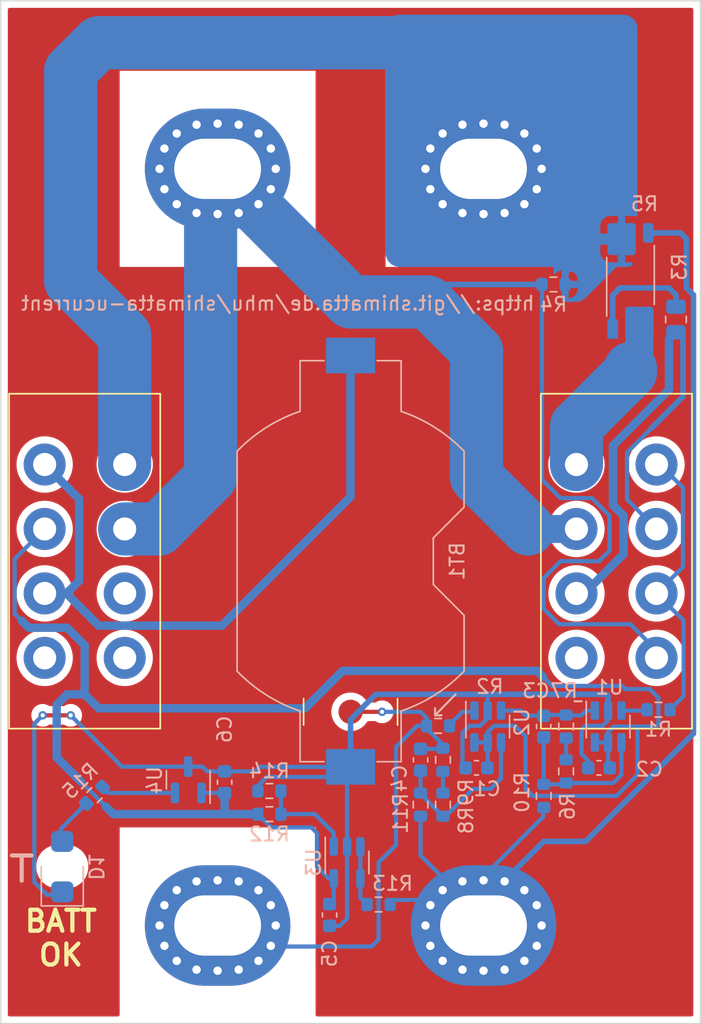
<source format=kicad_pcb>
(kicad_pcb (version 20211014) (generator pcbnew)

  (general
    (thickness 1.6)
  )

  (paper "A4")
  (title_block
    (title "Shimatta µCurrent")
    (rev "v1.0.0")
    (company "Shimatta")
  )

  (layers
    (0 "F.Cu" signal)
    (31 "B.Cu" signal)
    (32 "B.Adhes" user "B.Adhesive")
    (33 "F.Adhes" user "F.Adhesive")
    (34 "B.Paste" user)
    (35 "F.Paste" user)
    (36 "B.SilkS" user "B.Silkscreen")
    (37 "F.SilkS" user "F.Silkscreen")
    (38 "B.Mask" user)
    (39 "F.Mask" user)
    (40 "Dwgs.User" user "User.Drawings")
    (41 "Cmts.User" user "User.Comments")
    (42 "Eco1.User" user "User.Eco1")
    (43 "Eco2.User" user "User.Eco2")
    (44 "Edge.Cuts" user)
    (45 "Margin" user)
    (46 "B.CrtYd" user "B.Courtyard")
    (47 "F.CrtYd" user "F.Courtyard")
    (48 "B.Fab" user)
    (49 "F.Fab" user)
    (50 "User.1" user)
    (51 "User.2" user)
    (52 "User.3" user)
    (53 "User.4" user)
    (54 "User.5" user)
    (55 "User.6" user)
    (56 "User.7" user)
    (57 "User.8" user)
    (58 "User.9" user)
  )

  (setup
    (stackup
      (layer "F.SilkS" (type "Top Silk Screen"))
      (layer "F.Paste" (type "Top Solder Paste"))
      (layer "F.Mask" (type "Top Solder Mask") (thickness 0.01))
      (layer "F.Cu" (type "copper") (thickness 0.035))
      (layer "dielectric 1" (type "core") (thickness 1.51) (material "FR4") (epsilon_r 4.5) (loss_tangent 0.02))
      (layer "B.Cu" (type "copper") (thickness 0.035))
      (layer "B.Mask" (type "Bottom Solder Mask") (thickness 0.01))
      (layer "B.Paste" (type "Bottom Solder Paste"))
      (layer "B.SilkS" (type "Bottom Silk Screen"))
      (copper_finish "None")
      (dielectric_constraints no)
    )
    (pad_to_mask_clearance 0)
    (pcbplotparams
      (layerselection 0x00010fc_ffffffff)
      (disableapertmacros false)
      (usegerberextensions true)
      (usegerberattributes true)
      (usegerberadvancedattributes true)
      (creategerberjobfile false)
      (svguseinch false)
      (svgprecision 6)
      (excludeedgelayer true)
      (plotframeref false)
      (viasonmask false)
      (mode 1)
      (useauxorigin false)
      (hpglpennumber 1)
      (hpglpenspeed 20)
      (hpglpendiameter 15.000000)
      (dxfpolygonmode true)
      (dxfimperialunits true)
      (dxfusepcbnewfont true)
      (psnegative false)
      (psa4output false)
      (plotreference true)
      (plotvalue true)
      (plotinvisibletext false)
      (sketchpadsonfab false)
      (subtractmaskfromsilk false)
      (outputformat 1)
      (mirror false)
      (drillshape 0)
      (scaleselection 1)
      (outputdirectory "gerber/")
    )
  )

  (net 0 "")
  (net 1 "Net-(BT1-Pad1)")
  (net 2 "VSS")
  (net 3 "VDD")
  (net 4 "Net-(C3-Pad1)")
  (net 5 "GND")
  (net 6 "Net-(C3-Pad2)")
  (net 7 "Net-(C4-Pad1)")
  (net 8 "Net-(C4-Pad2)")
  (net 9 "Net-(D1-Pad2)")
  (net 10 "/MEAS+")
  (net 11 "/MEAS-")
  (net 12 "Net-(R1-Pad1)")
  (net 13 "Net-(R1-Pad2)")
  (net 14 "Net-(R2-Pad1)")
  (net 15 "Net-(R3-Pad1)")
  (net 16 "Net-(R3-Pad2)")
  (net 17 "Net-(R5-Pad1)")
  (net 18 "Net-(R6-Pad2)")
  (net 19 "Net-(R8-Pad2)")
  (net 20 "Net-(R12-Pad2)")
  (net 21 "Net-(R13-Pad1)")
  (net 22 "Net-(R15-Pad1)")
  (net 23 "unconnected-(SW1-Pad4A)")
  (net 24 "unconnected-(SW2-Pad3B)")
  (net 25 "unconnected-(SW2-Pad4A)")
  (net 26 "unconnected-(SW2-Pad4B)")

  (footprint "MountingHole:MountingHole_4.3x6.2mm_M4_Pad_Via" (layer "F.Cu") (at 30.5 80))

  (footprint "Connector_Coaxial:SMA_Amphenol_132134-10_Vertical" (layer "F.Cu") (at 40 64.75 180))

  (footprint "shimatta_artwork:shimatta_kanji_20mm_solder_mask" (layer "F.Cu") (at 40 37.7))

  (footprint "MountingHole:MountingHole_4.3x6.2mm_M4_Pad_Via" (layer "F.Cu") (at 49.5 26))

  (footprint "MountingHole:MountingHole_4.3x6.2mm_M4_Pad_Via" (layer "F.Cu") (at 30.5 26))

  (footprint "MountingHole:MountingHole_4.3x6.2mm_M4_Pad_Via" (layer "F.Cu") (at 49.5 80))

  (footprint "shimatta_switch:C&K-L203011MS02Q" (layer "F.Cu") (at 59 54))

  (footprint "shimatta_switch:C&K-L203011MS02Q" (layer "F.Cu") (at 21 54))

  (footprint "Capacitor_SMD:C_0603_1608Metric" (layer "B.Cu") (at 45 68.175 90))

  (footprint "Resistor_SMD:R_0603_1608Metric" (layer "B.Cu") (at 46.25 65.75 180))

  (footprint "Resistor_SMD:R_0603_1608Metric" (layer "B.Cu") (at 46.6 68.175 90))

  (footprint "Resistor_SMD:R_0603_1608Metric" (layer "B.Cu") (at 62 64.6 180))

  (footprint "Capacitor_SMD:C_0603_1608Metric" (layer "B.Cu") (at 57.75 68.75))

  (footprint "Resistor_SMD:R_0603_1608Metric" (layer "B.Cu") (at 21.7 70.7 -135))

  (footprint "Package_TO_SOT_SMD:SOT-23-6" (layer "B.Cu") (at 49.8 65.8 -90))

  (footprint "Resistor_SMD:R_0603_1608Metric" (layer "B.Cu") (at 54.5 34.25))

  (footprint "Resistor_SMD:R_0603_1608Metric" (layer "B.Cu") (at 34.2 72.05))

  (footprint "Package_TO_SOT_SMD:SOT-23" (layer "B.Cu") (at 28.4 69.6 90))

  (footprint "Battery:BatteryHolder_Keystone_1058_1x2032" (layer "B.Cu") (at 40 54 -90))

  (footprint "Package_TO_SOT_SMD:SOT-23-5" (layer "B.Cu") (at 39.75 75.5 -90))

  (footprint "Capacitor_SMD:C_0603_1608Metric" (layer "B.Cu") (at 38.5 79.25 90))

  (footprint "Resistor_SMD:R_0603_1608Metric" (layer "B.Cu") (at 42 78.5))

  (footprint "Resistor_SMD:R_0603_1608Metric" (layer "B.Cu") (at 46.6 71.375 90))

  (footprint "shimatta_led:APTR3216SURCK" (layer "B.Cu") (at 19.4 75.8 90))

  (footprint "Capacitor_SMD:C_0603_1608Metric" (layer "B.Cu") (at 49 68.75))

  (footprint "Package_TO_SOT_SMD:SOT-23-6" (layer "B.Cu") (at 58.4 65.8 -90))

  (footprint "Resistor_SMD:R_0603_1608Metric" (layer "B.Cu") (at 55.4 69 90))

  (footprint "Resistor_SMD:R_0805_2012Metric" (layer "B.Cu") (at 63.25 36.75 -90))

  (footprint "Capacitor_SMD:C_0603_1608Metric" (layer "B.Cu") (at 53.8 65.8 90))

  (footprint "Resistor_SMD:R_0603_1608Metric" (layer "B.Cu") (at 53.8 70.75 -90))

  (footprint "Resistor_SMD:R_Shunt_Vishay_WSK2512_6332Metric_T1.19mm" (layer "B.Cu") (at 60 34 90))

  (footprint "Capacitor_SMD:C_0603_1608Metric" (layer "B.Cu") (at 31 69.775 90))

  (footprint "Resistor_SMD:R_0603_1608Metric" (layer "B.Cu") (at 45 71.375 -90))

  (footprint "Resistor_SMD:R_0603_1608Metric" (layer "B.Cu") (at 55.4 65.8 90))

  (footprint "Resistor_SMD:R_0603_1608Metric" (layer "B.Cu") (at 34.2 70.4 180))

  (gr_line (start 46.037258 65) (end 46.5 65) (layer "B.SilkS") (width 0.15) (tstamp 105ed225-d2ba-4509-9309-99d7ecc700a8))
  (gr_line (start 16.5 75) (end 16.5 76.8) (layer "B.SilkS") (width 0.3) (tstamp 18f7d29c-1b1c-4f73-999c-addc0bd2444e))
  (gr_line (start 15.8 75) (end 17.2 75) (layer "B.SilkS") (width 0.3) (tstamp 43b35617-a272-4ead-b714-94cb5579f0e5))
  (gr_line (start 46.5 65) (end 46.268629 65) (layer "B.SilkS") (width 0.15) (tstamp 62bf9690-61e9-4fef-b65d-993d5f80185d))
  (gr_line (start 56 64) (end 56.5 64) (layer "B.SilkS") (width 0.15) (tstamp c9205131-199a-4e79-9702-7bd3861c6551))
  (gr_line (start 46.037258 65) (end 46.037258 64.5) (layer "B.SilkS") (width 0.15) (tstamp d2387ece-4bb9-48ea-a26f-309ffeb91cbe))
  (gr_line (start 47.5 63.5) (end 46.037258 65) (layer "B.SilkS") (width 0.15) (tstamp fbe9419b-ca9d-4f0b-a876-589ed2ec705b))
  (gr_line (start 15 87) (end 15 14) (layer "Edge.Cuts") (width 0.1) (tstamp 020a039c-4d1c-4b3a-8f11-44d465fdd578))
  (gr_line (start 65 87) (end 15 87) (layer "Edge.Cuts") (width 0.1) (tstamp 1c5d2c83-b7a7-4d86-881b-4cacaacaa21e))
  (gr_line (start 65 14) (end 65 87) (layer "Edge.Cuts") (width 0.1) (tstamp 4a032da2-2dc4-43d0-a71a-9ec95f3ce7b0))
  (gr_line (start 15 14) (end 65 14) (layer "Edge.Cuts") (width 0.1) (tstamp a53a05ef-7a7f-442b-9b98-cbea554b3aab))
  (gr_text "https://git.shimatta.de/mhu/shimatta-ucurrent" (at 34.8 35.6) (layer "B.SilkS") (tstamp e66bf368-9a60-420b-9b1f-ed030e4a43bc)
    (effects (font (size 1 1) (thickness 0.15)) (justify mirror))
  )
  (gr_text "BATT\nOK" (at 19.3 80.9) (layer "F.SilkS") (tstamp a8f5b71e-aef7-4a69-a747-a6b1fb10fc72)
    (effects (font (size 1.5 1.5) (thickness 0.3)))
  )
  (gr_text "+ Voltage Output -" (at 40 70.5) (layer "F.Mask") (tstamp 16b75e60-5672-408c-b647-c22d1033df36)
    (effects (font (size 2.5 2.5) (thickness 0.5)))
  )
  (gr_text "ON" (at 27.5 54) (layer "F.Mask") (tstamp 178610de-ae18-4315-a138-a57325f66a54)
    (effects (font (size 1.5 1.5) (thickness 0.3)) (justify left))
  )
  (gr_text "1mV/mA 10m" (at 37 49.5) (layer "F.Mask") (tstamp 289668e5-2546-4463-a814-61e7af387dd7)
    (effects (font (size 1.4 1.5) (thickness 0.3)) (justify left))
  )
  (gr_text "1mV/µA 10R" (at 37 54) (layer "F.Mask") (tstamp 40b59eee-ddd0-45d4-8cf3-eb8a83b8569d)
    (effects (font (size 1.4 1.5) (thickness 0.3)) (justify left))
  )
  (gr_text "SHORT" (at 27.5 49.5) (layer "F.Mask") (tstamp 450fbc37-861b-4a8e-b445-57a5491fbaa4)
    (effects (font (size 1.5 1.5) (thickness 0.3)) (justify left))
  )
  (gr_text "+ Current Input -" (at 40 16.5) (layer "F.Mask") (tstamp 7504c2e2-958a-4bb0-9b8c-117705a29b74)
    (effects (font (size 2.5 2.5) (thickness 0.5)))
  )
  (gr_text "1mV/nA 10k" (at 37 58.5) (layer "F.Mask") (tstamp 95deba89-a38e-4c0a-9503-52c246521295)
    (effects (font (size 1.4 1.5) (thickness 0.3)) (justify left))
  )
  (gr_text "µCurrent v1.0.x" (at 40 44.1) (layer "F.Mask") (tstamp ac30eb1e-d0c1-4551-ab46-4451b68ae492)
    (effects (font (size 1 1) (thickness 0.15) italic))
  )
  (gr_text "OFF" (at 27.5 58.5) (layer "F.Mask") (tstamp d5442e10-f3c0-46e2-ad62-013bcbbbe95a)
    (effects (font (size 1.5 1.5) (thickness 0.3)) (justify left))
  )

  (segment (start 40 49.4) (end 30.8 58.6) (width 0.6) (layer "B.Cu") (net 1) (tstamp 618ffc81-4834-422e-817b-3ed2b5dbe694))
  (segment (start 40 39.32) (end 40 49.4) (width 0.6) (layer "B.Cu") (net 1) (tstamp 64a270e7-5355-4e41-8d77-2a19f46c48f1))
  (segment (start 20.6 49.56) (end 18.14 47.1) (width 0.6) (layer "B.Cu") (net 1) (tstamp 88375c93-5d16-45ca-8404-a1532c784348))
  (segment (start 20.6 55.4) (end 20.6 49.56) (width 0.6) (layer "B.Cu") (net 1) (tstamp 8a0ec3ae-7df6-4dae-bd41-ab5658a9c5da))
  (segment (start 22 58.6) (end 19.7 56.3) (width 0.6) (layer "B.Cu") (net 1) (tstamp 8bbbc726-725d-491f-b262-1d3fbf8d7d24))
  (segment (start 19.7 56.3) (end 20.6 55.4) (width 0.6) (layer "B.Cu") (net 1) (tstamp 8ec6ee64-aa41-49f3-83f3-7d4f60b06648))
  (segment (start 30.8 58.6) (end 22 58.6) (width 0.6) (layer "B.Cu") (net 1) (tstamp a28665ae-2961-4f59-ab3f-5c3f6e6d4748))
  (segment (start 18.14 56.3) (end 19.7 56.3) (width 0.6) (layer "B.Cu") (net 1) (tstamp b63c3b41-d28e-4542-94f9-7154cf55d0cd))
  (segment (start 18 65) (end 20 65) (width 0.3) (layer "F.Cu") (net 2) (tstamp 476bed2a-5775-44b5-a382-7ba34b846548))
  (via (at 18 65) (size 0.6) (drill 0.3) (layers "F.Cu" "B.Cu") (net 2) (tstamp c139060d-d7eb-4919-b488-e485cf5f2747))
  (via (at 20 65) (size 0.6) (drill 0.3) (layers "F.Cu" "B.Cu") (net 2) (tstamp c3e8859e-8488-4180-a80a-bb99d408f6f2))
  (segment (start 48.225 68.75) (end 48 68.525) (width 0.3) (layer "B.Cu") (net 2) (tstamp 05af7c7f-6a7b-4d54-a9a2-aec1daa961c3))
  (segment (start 39.225 80.025) (end 39.75 79.5) (width 0.3) (layer "B.Cu") (net 2) (tstamp 12cca0aa-c230-411c-9ea7-3d035eb9ba11))
  (segment (start 49.25 65.75) (end 49.8 65.2) (width 0.3) (layer "B.Cu") (net 2) (tstamp 1c310b49-7425-4c27-9aa7-529e9f3953c6))
  (segment (start 58 65.75) (end 58.4 65.35) (width 0.3) (layer "B.Cu") (net 2) (tstamp 2002b91e-362b-4f3b-b47e-a6eaa5d6a67b))
  (segment (start 56.5 67.75) (end 56.5 66) (width 0.3) (layer "B.Cu") (net 2) (tstamp 350cecb0-6cfa-4ed5-a431-9e6d41bf5293))
  (segment (start 56.975 68.225) (end 56.5 67.75) (width 0.3) (layer "B.Cu") (net 2) (tstamp 3ddc82e7-9086-4063-a52a-ccaf1db3c3d4))
  (segment (start 49.8 65.2) (end 49.8 64.6625) (width 0.3) (layer "B.Cu") (net 2) (tstamp 4e9a895b-bbd8-44c6-a82f-cf84fd43c397))
  (segment (start 18 65) (end 17.4 65.6) (width 0.3) (layer "B.Cu") (net 2) (tstamp 5543859a-f028-4ae5-b8e4-acb5660d4932))
  (segment (start 17.4 65.6) (end 17.4 76.9) (width 0.3) (layer "B.Cu") (net 2) (tstamp 62f51945-88a9-415c-9c66-4bccf26a9311))
  (segment (start 33.375 70.025) (end 34 69.4) (width 0.3) (layer "B.Cu") (net 2) (tstamp 6597e687-fef1-4c59-9ed4-07bc263d943a))
  (segment (start 41.8 63.5) (end 40 65.3) (width 0.4) (layer "B.Cu") (net 2) (tstamp 6a642011-0db7-441b-a8f4-2a446432644e))
  (segment (start 29.4125 68.6625) (end 29.75 69) (width 0.3) (layer "B.Cu") (net 2) (tstamp 6e17ada8-b767-4f70-82c5-2718051b9191))
  (segment (start 58.3 63.5) (end 58.4 63.6) (width 0.4) (layer "B.Cu") (net 2) (tstamp 7f216030-063d-4b72-949b-67a5a67bb285))
  (segment (start 48 68.525) (end 48 66.25) (width 0.3) (layer "B.Cu") (net 2) (tstamp 81029990-970c-4d54-a052-16e3f6c75322))
  (segment (start 48.5 65.75) (end 49.25 65.75) (width 0.3) (layer "B.Cu") (net 2) (tstamp 82b27132-ebac-4a14-a73b-517eee015308))
  (segment (start 58.4 63.6) (end 58.4 64.6625) (width 0.4) (layer "B.Cu") (net 2) (tstamp 83506741-3ba7-4606-8dab-2f0b29045e1a))
  (segment (start 39.75 68.93) (end 40 68.68) (width 0.3) (layer "B.Cu") (net 2) (tstamp 83e791a9-1d8b-4bad-8083-55befe2bdc44))
  (segment (start 23.6625 68.6625) (end 28.4 68.6625) (width 0.3) (layer "B.Cu") (net 2) (tstamp 96e0f30e-fc4c-499e-b753-c2b13dc14a9e))
  (segment (start 33.52 68.68) (end 40 68.68) (width 0.3) (layer "B.Cu") (net 2) (tstamp 9a741906-5d65-40f7-8651-82ff45e43837))
  (segment (start 56.975 68.75) (end 56.975 68.225) (width 0.3) (layer "B.Cu") (net 2) (tstamp 9c631bea-6937-489b-899f-0b40faca8593))
  (segment (start 56.75 65.75) (end 58 65.75) (width 0.3) (layer "B.Cu") (net 2) (tstamp ad66bb5c-3625-4e00-b056-d9105ce9b869))
  (segment (start 39.28 69.4) (end 40 68.68) (width 0.3) (layer "B.Cu") (net 2) (tstamp ad7c48ff-7a06-4117-b0d1-66562ecd0b64))
  (segment (start 39.75 79.5) (end 39.75 74.3625) (width 0.3) (layer "B.Cu") (net 2) (tstamp afea03a4-5d2d-4cb9-a9f7-57772f8d7894))
  (segment (start 20 65) (end 23.6625 68.6625) (width 0.3) (layer "B.Cu") (net 2) (tstamp b00c83a3-79aa-4247-8505-94821f01b2df))
  (segment (start 49.75 63.5) (end 58.3 63.5) (width 0.4) (layer "B.Cu") (net 2) (tstamp b3ca9f86-6580-44e3-8a8c-8623a246af1f))
  (segment (start 40 65.3) (end 40 68.68) (width 0.4) (layer "B.Cu") (net 2) (tstamp b7c985b4-4902-4471-93c2-1493a90528a1))
  (segment (start 18.3 77.8) (end 19.3 77.8) (width 0.3) (layer "B.Cu") (net 2) (tstamp c0ca8a3e-b5ef-4c67-8686-128df35308f4))
  (segment (start 33.375 70.4) (end 33.375 70.025) (width 0.3) (layer "B.Cu") (net 2) (tstamp c2354405-e9b5-4748-a2de-5889efa1cc3a))
  (segment (start 33.375 68.825) (end 33.52 68.68) (width 0.3) (layer "B.Cu") (net 2) (tstamp c36d1056-d200-485b-b302-7c94e1bf6f26))
  (segment (start 56.5 66) (end 56.75 65.75) (width 0.3) (layer "B.Cu") (net 2) (tstamp ca613e11-21c1-4c1b-be94-c9281d200d16))
  (segment (start 39.75 74.3625) (end 39.75 71.65) (width 0.3) (layer "B.Cu") (net 2) (tstamp ce76ad98-c385-44e6-afe7-125be40357db))
  (segment (start 31 69) (end 33.2 69) (width 0.3) (layer "B.Cu") (net 2) (tstamp ce77e2ad-ef6e-445a-97be-6cdf9f0b64b0))
  (segment (start 58.4 65.35) (end 58.4 64.6625) (width 0.3) (layer "B.Cu") (net 2) (tstamp d3458752-ffee-43e8-bf6b-d89d55941673))
  (segment (start 49.8 63.55) (end 49.8 64.6625) (width 0.3) (layer "B.Cu") (net 2) (tstamp d3a84bc1-8e79-4049-bdd4-e0a9cd214b07))
  (segment (start 17.4 76.9) (end 18.3 77.8) (width 0.3) (layer "B.Cu") (net 2) (tstamp d6997989-0d08-4e76-beb7-db066a8b3f84))
  (segment (start 28.4 68.6625) (end 29.4125 68.6625) (width 0.3) (layer "B.Cu") (net 2) (tstamp d9385e35-3479-4b47-bcc4-e28d3d824c49))
  (segment (start 48 66.25) (end 48.5 65.75) (width 0.3) (layer "B.Cu") (net 2) (tstamp ddbab8b1-1552-41a7-ad27-3187eac143e5))
  (segment (start 33.2 69) (end 33.375 68.825) (width 0.3) (layer "B.Cu") (net 2) (tstamp e3f1ee6c-b280-43e8-ad68-99d0a1a190bc))
  (segment (start 49.75 63.5) (end 41.8 63.5) (width 0.4) (layer "B.Cu") (net 2) (tstamp e6d5f987-81b0-4ed4-b014-b04536907f61))
  (segment (start 49.75 63.5) (end 49.8 63.55) (width 0.3) (layer "B.Cu") (net 2) (tstamp ec0bdcf4-90a8-442c-912c-4b792a33ebe2))
  (segment (start 39.75 71.65) (end 39.75 68.93) (width 0.3) (layer "B.Cu") (net 2) (tstamp f392fc1b-c595-48f4-89a6-a46a11219323))
  (segment (start 29.75 69) (end 31 69) (width 0.3) (layer "B.Cu") (net 2) (tstamp f737766a-c42c-49a2-9434-7caeb52df4e9))
  (segment (start 38.5 80.025) (end 39.225 80.025) (width 0.3) (layer "B.Cu") (net 2) (tstamp f873ec57-1cbe-4682-9cb5-7df2afb5e8ec))
  (segment (start 34 69.4) (end 39.28 69.4) (width 0.3) (layer "B.Cu") (net 2) (tstamp f9c90662-f1e9-449a-8fa6-eadff1ff62f6))
  (segment (start 36.75 64.5) (end 22 64.5) (width 0.6) (layer "B.Cu") (net 3) (tstamp 00d0cbb9-14ce-48de-bfd3-3bc003352b18))
  (segment (start 58.8 65.8) (end 60.3 65.8) (width 0.3) (layer "B.Cu") (net 3) (tstamp 03a8a297-4490-43b7-9735-af94badf4034))
  (segment (start 16 53.84) (end 16 57.75) (width 0.3) (layer "B.Cu") (net 3) (tstamp 063a6c67-86fe-4019-a0a2-579c97e1eb83))
  (segment (start 17 58.75) (end 19.75 58.75) (width 0.6) (layer "B.Cu") (net 3) (tstamp 078a3a70-d5fa-433c-877c-79ba62ad0f7a))
  (segment (start 59.625 63.125) (end 61.375 63.125) (width 0.3) (layer "B.Cu") (net 3) (tstamp 0ab523da-c398-4185-b12b-b4d27c952e3e))
  (segment (start 50.25 65.75) (end 51.75 65.75) (width 0.3) (layer "B.Cu") (net 3) (tstamp 0df1c1d7-22ca-49bd-a055-48d1ea656594))
  (segment (start 54.4 62.9) (end 59.4 62.9) (width 0.3) (layer "B.Cu") (net 3) (tstamp 1085bd4c-f2d0-4ef5-9551-9fc3b432abbb))
  (segment (start 23.05 72.05) (end 31.15 72.05) (width 0.3) (layer "B.Cu") (net 3) (tstamp 13b1c98f-e43e-463d-9602-a909fe0327ea))
  (segment (start 33.375 72.05) (end 34.325 73) (width 0.3) (layer "B.Cu") (net 3) (tstamp 16d4fa49-f329-4d98-b8c1-6ab45a64af6a))
  (segment (start 53.75 62.25) (end 53.325 61.825) (width 0.6) (layer "B.Cu") (net 3) (tstamp 1b1f341c-a71d-4747-9556-385ca5c866e7))
  (segment (start 38.8 78.175) (end 38.5 78.475) (width 0.3) (layer "B.Cu") (n
... [171866 chars truncated]
</source>
